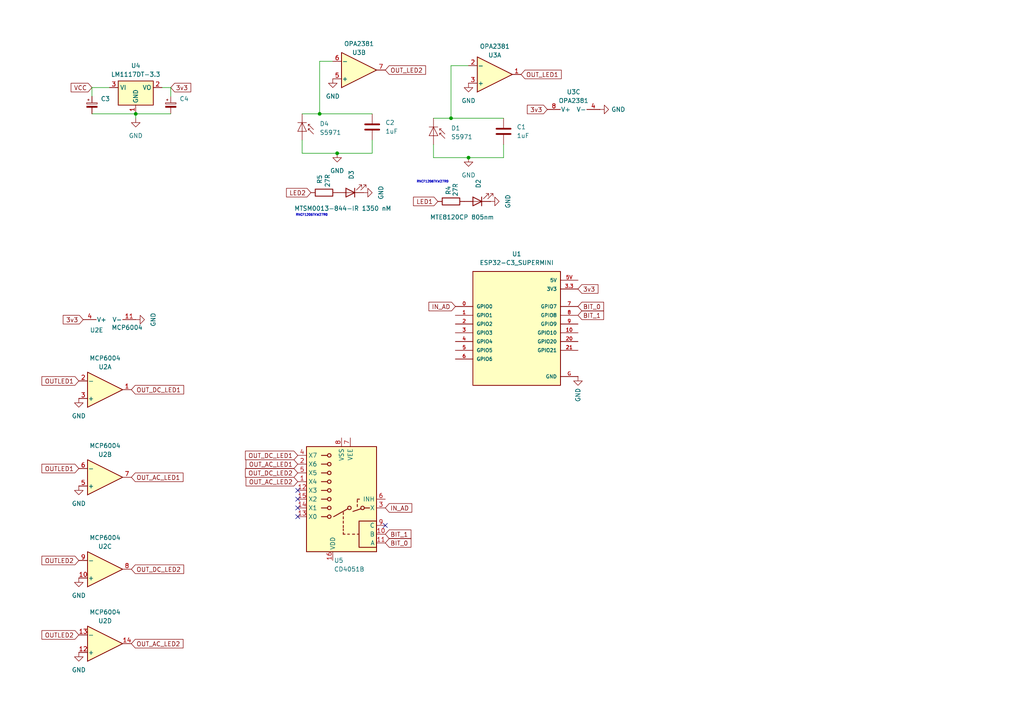
<source format=kicad_sch>
(kicad_sch (version 20231120) (generator "eeschema") (generator_version "8.0")
  (paper "A4")
  (lib_symbols
    (symbol "Amplifier_Operational:MCP6004" (pin_names (offset 0.127))
      (property "Reference" "U" (at 0 5.08 0))
      (property "Value" "MCP6004" (at 0 -5.08 0))
      (symbol "MCP6004_1_1"
        (polyline (pts (xy -5.08 5.08) (xy 5.08 0) (xy -5.08 -5.08) (xy -5.08 5.08)) (stroke (width 0.254)) (fill (type background)))
        (pin output line (at 7.62 0 180) (length 2.54) (name "~") (number "1"))
        (pin input line (at -7.62 -2.54 0) (length 2.54) (name "-") (number "2"))
        (pin input line (at -7.62 2.54 0) (length 2.54) (name "+") (number "3"))
      )
      (symbol "MCP6004_2_1"
        (polyline (pts (xy -5.08 5.08) (xy 5.08 0) (xy -5.08 -5.08) (xy -5.08 5.08)) (stroke (width 0.254)) (fill (type background)))
        (pin input line (at -7.62 2.54 0) (length 2.54) (name "+") (number "5"))
        (pin input line (at -7.62 -2.54 0) (length 2.54) (name "-") (number "6"))
        (pin output line (at 7.62 0 180) (length 2.54) (name "~") (number "7"))
      )
      (symbol "MCP6004_3_1"
        (polyline (pts (xy -5.08 5.08) (xy 5.08 0) (xy -5.08 -5.08) (xy -5.08 5.08)) (stroke (width 0.254)) (fill (type background)))
        (pin input line (at -7.62 2.54 0) (length 2.54) (name "+") (number "10"))
        (pin output line (at 7.62 0 180) (length 2.54) (name "~") (number "8"))
        (pin input line (at -7.62 -2.54 0) (length 2.54) (name "-") (number "9"))
      )
      (symbol "MCP6004_4_1"
        (polyline (pts (xy -5.08 5.08) (xy 5.08 0) (xy -5.08 -5.08) (xy -5.08 5.08)) (stroke (width 0.254)) (fill (type background)))
        (pin input line (at -7.62 2.54 0) (length 2.54) (name "+") (number "12"))
        (pin input line (at -7.62 -2.54 0) (length 2.54) (name "-") (number "13"))
        (pin output line (at 7.62 0 180) (length 2.54) (name "~") (number "14"))
      )
      (symbol "MCP6004_5_1"
        (pin power_in line (at -2.54 -7.62 90) (length 3.81) (name "V-") (number "11"))
        (pin power_in line (at -2.54 7.62 270) (length 3.81) (name "V+") (number "4"))
      )
    )
    (symbol "Amplifier_Operational:OPA2340" (pin_names (offset 0.127))
      (property "Reference" "U" (at 0 5.08 0))
      (property "Value" "OPA2340" (at 0 -5.08 0))
      (symbol "OPA2340_1_1"
        (polyline (pts (xy -5.08 5.08) (xy 5.08 0) (xy -5.08 -5.08) (xy -5.08 5.08)) (stroke (width 0.254)) (fill (type background)))
        (pin output line (at 7.62 0 180) (length 2.54) (name "~") (number "1"))
        (pin input line (at -7.62 -2.54 0) (length 2.54) (name "-") (number "2"))
        (pin input line (at -7.62 2.54 0) (length 2.54) (name "+") (number "3"))
      )
      (symbol "OPA2340_2_1"
        (polyline (pts (xy -5.08 5.08) (xy 5.08 0) (xy -5.08 -5.08) (xy -5.08 5.08)) (stroke (width 0.254)) (fill (type background)))
        (pin input line (at -7.62 2.54 0) (length 2.54) (name "+") (number "5"))
        (pin input line (at -7.62 -2.54 0) (length 2.54) (name "-") (number "6"))
        (pin output line (at 7.62 0 180) (length 2.54) (name "~") (number "7"))
      )
      (symbol "OPA2340_3_1"
        (pin power_in line (at -2.54 -7.62 90) (length 3.81) (name "V-") (number "4"))
        (pin power_in line (at -2.54 7.62 270) (length 3.81) (name "V+") (number "8"))
      )
    )
    (symbol "Analog_Switch:CD4051B"
      (property "Reference" "U" (at -10.16 16.51 0))
      (property "Value" "CD4051B" (at 3.81 16.51 0))
      (symbol "CD4051B_0_1"
        (rectangle (start -10.16 6.35) (end -5.08 13.97) (stroke (width 0.254)))
        (rectangle (start -10.16 15.24) (end 10.16 -15.24) (stroke (width 0.254)) (fill (type background)))
        (circle (center -6.096 2.54) (radius 0.508) (stroke (width 0.254)))
        (circle (center -2.286 2.54) (radius 0.508) (stroke (width 0.254)))
        (polyline (pts (xy -8.128 2.54) (xy -6.604 2.54)) (stroke (width 0.254)))
        (polyline (pts (xy -5.588 2.794) (xy -3.302 3.556)) (stroke (width 0.254)))
        (polyline (pts (xy -4.572 0) (xy -5.207 0)) (stroke (width 0.254)))
        (polyline (pts (xy -4.572 0.254) (xy -4.572 0.889)) (stroke (width 0.254)))
        (polyline (pts (xy -4.572 1.524) (xy -4.572 2.159)) (stroke (width 0.254)))
        (polyline (pts (xy -4.572 10.16) (xy -5.08 10.16)) (stroke (width 0.254)))
        (polyline (pts (xy -3.81 10.16) (xy -3.175 10.16)) (stroke (width 0.254)))
        (polyline (pts (xy -1.778 2.794) (xy 2.286 5.08)) (stroke (width 0.254)))
        (polyline (pts (xy -1.778 10.16) (xy -2.286 10.16)) (stroke (width 0.254)))
        (polyline (pts (xy -0.508 3.81) (xy -0.508 4.445)) (stroke (width 0.254)))
        (polyline (pts (xy -0.508 5.08) (xy -0.508 5.715)) (stroke (width 0.254)))
        (polyline (pts (xy -0.508 6.35) (xy -0.508 6.985)) (stroke (width 0.254)))
        (polyline (pts (xy -0.508 7.62) (xy -0.508 8.255)) (stroke (width 0.254)))
        (polyline (pts (xy -0.508 8.636) (xy -0.508 9.144)) (stroke (width 0.254)))
        (polyline (pts (xy -0.508 9.652) (xy -0.508 10.16)) (stroke (width 0.254)))
        (polyline (pts (xy -0.508 10.16) (xy -1.016 10.16)) (stroke (width 0.254)))
        (polyline (pts (xy 4.064 -12.7) (xy 5.842 -12.7)) (stroke (width 0.254)))
        (polyline (pts (xy 4.064 -10.16) (xy 5.842 -10.16)) (stroke (width 0.254)))
        (polyline (pts (xy 4.064 -7.62) (xy 5.842 -7.62)) (stroke (width 0.254)))
        (polyline (pts (xy 4.064 -5.08) (xy 5.842 -5.08)) (stroke (width 0.254)))
        (polyline (pts (xy 4.064 -2.54) (xy 5.842 -2.54)) (stroke (width 0.254)))
        (polyline (pts (xy 4.064 0) (xy 5.842 0)) (stroke (width 0.254)))
        (polyline (pts (xy 4.064 2.54) (xy 5.842 2.54)) (stroke (width 0.254)))
        (polyline (pts (xy 4.064 5.08) (xy 5.842 5.08)) (stroke (width 0.254)))
        (circle (center 3.556 -12.7) (radius 0.508) (stroke (width 0.254)))
        (circle (center 3.556 -10.16) (radius 0.508) (stroke (width 0.254)))
        (circle (center 3.556 -7.62) (radius 0.508) (stroke (width 0.254)))
        (circle (center 3.556 -5.08) (radius 0.508) (stroke (width 0.254)))
        (circle (center 3.556 -2.54) (radius 0.508) (stroke (width 0.254)))
        (circle (center 3.556 0) (radius 0.508) (stroke (width 0.254)))
        (circle (center 3.556 2.54) (radius 0.508) (stroke (width 0.254)))
        (circle (center 3.556 5.08) (radius 0.508) (stroke (width 0.254)))
      )
      (symbol "CD4051B_1_1"
        (pin bidirectional line (at 12.7 -5.08 180) (length 2.54) (name "X4") (number "1"))
        (pin input line (at -12.7 10.16 0) (length 2.54) (name "B") (number "10"))
        (pin input line (at -12.7 12.7 0) (length 2.54) (name "A") (number "11"))
        (pin bidirectional line (at 12.7 -2.54 180) (length 2.54) (name "X3") (number "12"))
        (pin bidirectional line (at 12.7 5.08 180) (length 2.54) (name "X0") (number "13"))
        (pin bidirectional line (at 12.7 2.54 180) (length 2.54) (name "X1") (number "14"))
        (pin bidirectional line (at 12.7 0 180) (length 2.54) (name "X2") (number "15"))
        (pin power_in line (at 2.54 17.78 270) (length 2.54) (name "VDD") (number "16"))
        (pin bidirectional line (at 12.7 -10.16 180) (length 2.54) (name "X6") (number "2"))
        (pin bidirectional line (at -12.7 2.54 0) (length 2.54) (name "X") (number "3"))
        (pin bidirectional line (at 12.7 -12.7 180) (length 2.54) (name "X7") (number "4"))
        (pin bidirectional line (at 12.7 -7.62 180) (length 2.54) (name "X5") (number "5"))
        (pin input line (at -12.7 0 0) (length 2.54) (name "INH") (number "6"))
        (pin power_in line (at -2.54 -17.78 90) (length 2.54) (name "VEE") (number "7"))
        (pin power_in line (at 0 -17.78 90) (length 2.54) (name "VSS") (number "8"))
        (pin input line (at -12.7 7.62 0) (length 2.54) (name "C") (number "9"))
      )
    )
    (symbol "Device:C" (pin_numbers hide) (pin_names (offset 0.254))
      (property "Reference" "C" (at 0.635 2.54 0))
      (property "Value" "C" (at 0.635 -2.54 0))
      (symbol "C_0_1"
        (polyline (pts (xy -2.032 -0.762) (xy 2.032 -0.762)) (stroke (width 0.508)))
        (polyline (pts (xy -2.032 0.762) (xy 2.032 0.762)) (stroke (width 0.508)))
      )
      (symbol "C_1_1"
        (pin passive line (at 0 3.81 270) (length 2.794) (name "~") (number "1"))
        (pin passive line (at 0 -3.81 90) (length 2.794) (name "~") (number "2"))
      )
    )
    (symbol "Device:C_Polarized_Small" (pin_numbers hide) (pin_names (offset 0.254) hide)
      (property "Reference" "C" (at 0.254 1.778 0))
      (property "Value" "C_Polarized_Small" (at 0.254 -2.032 0))
      (symbol "C_Polarized_Small_0_1"
        (rectangle (start -1.524 -0.3048) (end 1.524 -0.6858) (fill (type outline)))
        (rectangle (start -1.524 0.6858) (end 1.524 0.3048))
        (polyline (pts (xy -1.27 1.524) (xy -0.762 1.524)))
        (polyline (pts (xy -1.016 1.27) (xy -1.016 1.778)))
      )
      (symbol "C_Polarized_Small_1_1"
        (pin passive line (at 0 2.54 270) (length 1.8542) (name "~") (number "1"))
        (pin passive line (at 0 -2.54 90) (length 1.8542) (name "~") (number "2"))
      )
    )
    (symbol "Device:R" (pin_numbers hide) (pin_names (offset 0))
      (property "Reference" "R" (at 2.032 0 90))
      (property "Value" "R" (at 0 0 90))
      (symbol "R_0_1"
        (rectangle (start -1.016 -2.54) (end 1.016 2.54) (stroke (width 0.254)))
      )
      (symbol "R_1_1"
        (pin passive line (at 0 3.81 270) (length 1.27) (name "~") (number "1"))
        (pin passive line (at 0 -3.81 90) (length 1.27) (name "~") (number "2"))
      )
    )
    (symbol "ESP32-C3_SUPERMINI:ESP32-C3_SUPERMINI" (pin_names (offset 1.016))
      (property "Reference" "U" (at -12.7 16.002 0))
      (property "Value" "ESP32-C3_SUPERMINI" (at -12.7 -20.32 0))
      (symbol "ESP32-C3_SUPERMINI_0_0"
        (rectangle (start -12.7 -17.78) (end 12.7 15.24) (stroke (width 0.254)) (fill (type background)))
        (pin bidirectional line (at -17.78 5.08 0) (length 5.08) (name "GPIO0") (number "0"))
        (pin bidirectional line (at -17.78 2.54 0) (length 5.08) (name "GPIO1") (number "1"))
        (pin bidirectional line (at 17.78 -2.54 180) (length 5.08) (name "GPIO10") (number "10"))
        (pin bidirectional line (at -17.78 0 0) (length 5.08) (name "GPIO2") (number "2"))
        (pin bidirectional line (at 17.78 -5.08 180) (length 5.08) (name "GPIO20") (number "20"))
        (pin bidirectional line (at 17.78 -7.62 180) (length 5.08) (name "GPIO21") (number "21"))
        (pin bidirectional line (at -17.78 -2.54 0) (length 5.08) (name "GPIO3") (number "3"))
        (pin power_in line (at 17.78 10.16 180) (length 5.08) (name "3V3") (number "3.3"))
        (pin bidirectional line (at -17.78 -5.08 0) (length 5.08) (name "GPIO4") (number "4"))
        (pin bidirectional line (at -17.78 -7.62 0) (length 5.08) (name "GPIO5") (number "5"))
        (pin power_in line (at 17.78 12.7 180) (length 5.08) (name "5V") (number "5V"))
        (pin bidirectional line (at -17.78 -10.16 0) (length 5.08) (name "GPIO6") (number "6"))
        (pin bidirectional line (at 17.78 5.08 180) (length 5.08) (name "GPIO7") (number "7"))
        (pin bidirectional line (at 17.78 2.54 180) (length 5.08) (name "GPIO8") (number "8"))
        (pin bidirectional line (at 17.78 0 180) (length 5.08) (name "GPIO9") (number "9"))
        (pin power_in line (at 17.78 -15.24 180) (length 5.08) (name "GND") (number "G"))
      )
    )
    (symbol "LED:IR26-21C_L110_TR8" (pin_numbers hide) (pin_names (offset 1.016) hide)
      (property "Reference" "D" (at 0 2.54 0))
      (property "Value" "IR26-21C_L110_TR8" (at 0 -3.81 0))
      (symbol "IR26-21C_L110_TR8_0_1"
        (polyline (pts (xy -1.27 -1.27) (xy -1.27 1.27)) (stroke (width 0.254)))
        (polyline (pts (xy -1.27 0) (xy 1.27 0)))
        (polyline (pts (xy 1.27 -1.27) (xy 1.27 1.27) (xy -1.27 0) (xy 1.27 -1.27)) (stroke (width 0.254)))
        (polyline (pts (xy -3.048 -0.762) (xy -4.572 -2.286) (xy -3.81 -2.286) (xy -4.572 -2.286) (xy -4.572 -1.524)))
        (polyline (pts (xy -1.778 -0.762) (xy -3.302 -2.286) (xy -2.54 -2.286) (xy -3.302 -2.286) (xy -3.302 -1.524)))
      )
      (symbol "IR26-21C_L110_TR8_1_1"
        (pin passive line (at -3.81 0 0) (length 2.54) (name "K") (number "1"))
        (pin passive line (at 3.81 0 180) (length 2.54) (name "A") (number "2"))
      )
    )
    (symbol "Regulator_Linear:LM1117DT-3.3"
      (property "Reference" "U" (at -3.81 3.175 0))
      (property "Value" "LM1117DT-3.3" (at 0 3.175 0))
      (symbol "LM1117DT-3.3_0_1"
        (rectangle (start -5.08 -5.08) (end 5.08 1.905) (stroke (width 0.254)) (fill (type background)))
      )
      (symbol "LM1117DT-3.3_1_1"
        (pin power_in line (at 0 -7.62 90) (length 2.54) (name "GND") (number "1"))
        (pin power_out line (at 7.62 0 180) (length 2.54) (name "VO") (number "2"))
        (pin power_in line (at -7.62 0 0) (length 2.54) (name "VI") (number "3"))
      )
    )
    (symbol "Sensor_Optical:BPW34-SMD" (pin_numbers hide) (pin_names (offset 1.016) hide)
      (property "Reference" "D" (at 0.508 1.778 0))
      (property "Value" "BPW34-SMD" (at -1.016 -2.794 0))
      (symbol "BPW34-SMD_0_1"
        (polyline (pts (xy -2.54 1.27) (xy -2.54 -1.27)) (stroke (width 0.1524)))
        (polyline (pts (xy -2.032 1.778) (xy -1.524 1.778)))
        (polyline (pts (xy 0 -1.27) (xy 0 1.27)))
        (polyline (pts (xy 0 0) (xy -2.54 0)))
        (polyline (pts (xy -0.508 3.302) (xy -2.032 1.778) (xy -2.032 2.286)))
        (polyline (pts (xy 0 1.27) (xy -2.54 0) (xy 0 -1.27)))
        (polyline (pts (xy 0.762 3.302) (xy -0.762 1.778) (xy -0.762 2.286) (xy -0.762 1.778) (xy -0.254 1.778)))
      )
      (symbol "BPW34-SMD_1_1"
        (pin passive line (at -5.08 0 0) (length 2.54) (name "K") (number "1"))
        (pin passive line (at 2.54 0 180) (length 2.54) (name "A") (number "2"))
      )
    )
    (symbol "power:GND" (power) (pin_numbers hide) (pin_names (offset 0) hide)
      (property "Value" "GND" (at 0 -3.81 0))
      (symbol "GND_0_1"
        (polyline (pts (xy 0 0) (xy 0 -1.27) (xy 1.27 -1.27) (xy 0 -2.54) (xy -1.27 -1.27) (xy 0 -1.27)))
      )
      (symbol "GND_1_1"
        (pin power_in line (at 0 0 270) (length 0) (name "~") (number "1"))
      )
    )
  )
  (junction (at 130.81 34.29))
  (junction (at 135.89 45.72))
  (junction (at 97.79 44.45))
  (junction (at 39.37 33.02))
  (junction (at 92.71 33.02))
  (no_connect (at 86.36 142.24))
  (no_connect (at 111.76 152.4))
  (no_connect (at 86.36 149.86))
  (no_connect (at 86.36 144.78))
  (no_connect (at 86.36 147.32))
  (wire (pts (xy 146.05 45.72) (xy 146.05 41.91)))
  (wire (pts (xy 130.81 19.05) (xy 130.81 34.29)))
  (wire (pts (xy 39.37 33.02) (xy 49.53 33.02)))
  (wire (pts (xy 97.79 44.45) (xy 107.95 44.45)))
  (wire (pts (xy 125.73 45.72) (xy 135.89 45.72)))
  (wire (pts (xy 92.71 33.02) (xy 107.95 33.02)))
  (wire (pts (xy 26.67 27.94) (xy 26.67 25.4)))
  (wire (pts (xy 135.89 19.05) (xy 130.81 19.05)))
  (wire (pts (xy 125.73 34.29) (xy 130.81 34.29)))
  (wire (pts (xy 130.81 34.29) (xy 146.05 34.29)))
  (wire (pts (xy 92.71 17.78) (xy 92.71 33.02)))
  (wire (pts (xy 125.73 41.91) (xy 125.73 45.72)))
  (wire (pts (xy 135.89 45.72) (xy 146.05 45.72)))
  (wire (pts (xy 87.63 44.45) (xy 97.79 44.45)))
  (wire (pts (xy 26.67 25.4) (xy 31.75 25.4)))
  (wire (pts (xy 39.37 33.02) (xy 39.37 34.29)))
  (wire (pts (xy 46.99 25.4) (xy 49.53 25.4)))
  (wire (pts (xy 96.52 17.78) (xy 92.71 17.78)))
  (wire (pts (xy 26.67 33.02) (xy 39.37 33.02)))
  (wire (pts (xy 107.95 44.45) (xy 107.95 40.64)))
  (wire (pts (xy 87.63 33.02) (xy 92.71 33.02)))
  (wire (pts (xy 49.53 27.94) (xy 49.53 25.4)))
  (wire (pts (xy 87.63 40.64) (xy 87.63 44.45)))
  (text "RNCF1206TKW27R0\n" (at 90.424 62.484 0) (effects (font (size 0.635 0.635))))
  (text "RNCF1206TKW27R0\n" (at 125.476 52.832 0) (effects (font (size 0.635 0.635))))
  (global_label "3v3" (shape input) (at 24.13 92.71 180) (property "Intersheetrefs" "${INTERSHEET_REFS}" (effects (hide yes))))
  (global_label "OUTLED2" (shape input) (at 22.86 162.56 180) (property "Intersheetrefs" "${INTERSHEET_REFS}" (effects (hide yes))))
  (global_label "OUTLED1" (shape input) (at 22.86 110.49 180) (property "Intersheetrefs" "${INTERSHEET_REFS}" (effects (hide yes))))
  (global_label "OUT_LED1" (shape input) (at 151.13 21.59 0) (property "Intersheetrefs" "${INTERSHEET_REFS}" (effects (hide yes))))
  (global_label "OUT_LED2" (shape input) (at 111.76 20.32 0) (property "Intersheetrefs" "${INTERSHEET_REFS}" (effects (hide yes))))
  (global_label "LED1" (shape input) (at 127 58.42 180) (property "Intersheetrefs" "${INTERSHEET_REFS}" (effects (hide yes))))
  (global_label "BIT_1" (shape input) (at 111.76 154.94 0) (property "Intersheetrefs" "${INTERSHEET_REFS}" (effects (hide yes))))
  (global_label "OUT_DC_LED1" (shape input) (at 38.1 113.03 0) (property "Intersheetrefs" "${INTERSHEET_REFS}" (effects (hide yes))))
  (global_label "OUTLED2" (shape input) (at 22.86 184.15 180) (property "Intersheetrefs" "${INTERSHEET_REFS}" (effects (hide yes))))
  (global_label "OUT_AC_LED2" (shape input) (at 86.36 139.7 180) (property "Intersheetrefs" "${INTERSHEET_REFS}" (effects (hide yes))))
  (global_label "OUT_DC_LED1" (shape input) (at 86.36 132.08 180) (property "Intersheetrefs" "${INTERSHEET_REFS}" (effects (hide yes))))
  (global_label "OUT_AC_LED2" (shape input) (at 38.1 186.69 0) (property "Intersheetrefs" "${INTERSHEET_REFS}" (effects (hide yes))))
  (global_label "VCC" (shape input) (at 26.67 25.4 180) (property "Intersheetrefs" "${INTERSHEET_REFS}" (effects (hide yes))))
  (global_label "OUT_DC_LED2" (shape input) (at 38.1 165.1 0) (property "Intersheetrefs" "${INTERSHEET_REFS}" (effects (hide yes))))
  (global_label "IN_AD" (shape input) (at 132.08 88.9 180) (property "Intersheetrefs" "${INTERSHEET_REFS}" (effects (hide yes))))
  (global_label "LED2" (shape input) (at 90.17 55.88 180) (property "Intersheetrefs" "${INTERSHEET_REFS}" (effects (hide yes))))
  (global_label "BIT_0" (shape input) (at 167.64 88.9 0) (property "Intersheetrefs" "${INTERSHEET_REFS}" (effects (hide yes))))
  (global_label "BIT_1" (shape input) (at 167.64 91.44 0) (property "Intersheetrefs" "${INTERSHEET_REFS}" (effects (hide yes))))
  (global_label "BIT_0" (shape input) (at 111.76 157.48 0) (property "Intersheetrefs" "${INTERSHEET_REFS}" (effects (hide yes))))
  (global_label "IN_AD" (shape input) (at 111.76 147.32 0) (property "Intersheetrefs" "${INTERSHEET_REFS}" (effects (hide yes))))
  (global_label "OUT_AC_LED1" (shape input) (at 86.36 134.62 180) (property "Intersheetrefs" "${INTERSHEET_REFS}" (effects (hide yes))))
  (global_label "3v3" (shape input) (at 167.64 83.82 0) (property "Intersheetrefs" "${INTERSHEET_REFS}" (effects (hide yes))))
  (global_label "3v3" (shape input) (at 158.75 31.75 180) (property "Intersheetrefs" "${INTERSHEET_REFS}" (effects (hide yes))))
  (global_label "OUTLED1" (shape input) (at 22.86 135.89 180) (property "Intersheetrefs" "${INTERSHEET_REFS}" (effects (hide yes))))
  (global_label "3v3" (shape input) (at 49.53 25.4 0) (property "Intersheetrefs" "${INTERSHEET_REFS}" (effects (hide yes))))
  (global_label "OUT_DC_LED2" (shape input) (at 86.36 137.16 180) (property "Intersheetrefs" "${INTERSHEET_REFS}" (effects (hide yes))))
  (global_label "OUT_AC_LED1" (shape input) (at 38.1 138.43 0) (property "Intersheetrefs" "${INTERSHEET_REFS}" (effects (hide yes))))
  (symbol (lib_id "Sensor_Optical:BPW34-SMD") (at 87.63 38.1 270) (unit 1)
    (property "Reference" "D4" (at 92.71 35.9028 90) (effects (justify left)))
    (property "Value" "S5971" (at 92.71 38.4428 90) (effects (justify left)))
    (property "Footprint" "OptoDevice:Osram_BPW34S-SMD" (effects (hide yes)))
    (property "Datasheet" "https://dammedia.osram.info/media/resource/hires/osram-dam-5488319/BPW%2034%20S_EN.pdf" (effects (hide yes)))
    (property "Description" "Silicon PIN Photodiode, Area 2.65x2.65mm" (effects (hide yes)))
  )
  (symbol (lib_id "power:GND") (at 105.41 55.88 90) (unit 1)
    (property "Reference" "#PWR05" (effects (hide yes)))
    (property "Value" "GND" (at 110.49 55.88 0))
    (property "Description" "Power symbol creates a global label with name \"GND\" , ground" (effects (hide yes)))
  )
  (symbol (lib_id "Amplifier_Operational:MCP6004") (at 31.75 90.17 90) (unit 5)
    (property "Reference" "U2" (at 29.972 95.758 90) (effects (justify left)))
    (property "Value" "MCP6004" (at 41.402 94.996 90) (effects (justify left)))
    (property "Datasheet" "http://ww1.microchip.com/downloads/en/DeviceDoc/21733j.pdf" (effects (hide yes)))
    (property "Description" "1MHz, Low-Power Op Amp, DIP-14/SOIC-14/TSSOP-14" (effects (hide yes)))
  )
  (symbol (lib_id "Device:C_Polarized_Small") (at 49.53 30.48 0) (unit 1)
    (property "Reference" "C4" (at 52.07 28.6638 0) (effects (justify left)))
    (property "Value" "C_Polarized_Small" (effects (hide yes)))
    (property "Footprint" "Capacitor_SMD:CP_Elec_4x4.5" (effects (hide yes)))
    (property "Description" "Polarized capacitor, small symbol" (effects (hide yes)))
  )
  (symbol (lib_id "power:GND") (at 39.37 34.29 0) (unit 1)
    (property "Reference" "#PWR04" (effects (hide yes)))
    (property "Value" "GND" (at 39.37 39.37 0))
    (property "Description" "Power symbol creates a global label with name \"GND\" , ground" (effects (hide yes)))
  )
  (symbol (lib_id "LED:IR26-21C_L110_TR8") (at 101.6 55.88 180) (unit 1)
    (property "Reference" "D3" (at 101.9174 52.07 90) (effects (justify right)))
    (property "Value" "MTSM0013-844-IR 1350 nM" (at 85.344 60.452 0) (effects (justify right)))
    (property "Footprint" "LED_SMD:LED_1206_3216Metric" (effects (hide yes)))
    (property "Datasheet" "http://www.everlight.com/file/ProductFile/IR26-21C-L110-TR8.pdf" (effects (hide yes)))
    (property "Description" "940nm, 20 deg, Infrared LED, 1206" (effects (hide yes)))
  )
  (symbol (lib_id "power:GND") (at 39.37 92.71 90) (unit 1)
    (property "Reference" "#PWR03" (effects (hide yes)))
    (property "Value" "GND" (at 44.45 92.71 0))
    (property "Description" "Power symbol creates a global label with name \"GND\" , ground" (effects (hide yes)))
  )
  (symbol (lib_id "Amplifier_Operational:OPA2340") (at 104.14 20.32 0) (mirror x) (unit 2)
    (property "Reference" "U3" (at 104.14 15.24 0))
    (property "Value" "OPA2381" (at 104.14 12.7 0))
    (property "Footprint" "Package_SO:SOIC-8_3.9x4.9mm_P1.27mm" (effects (hide yes)))
    (property "Datasheet" "http://www.ti.com/lit/ds/symlink/opa4340.pdf" (effects (hide yes)))
    (property "Description" "Dual Single-Supply, Rail-to-Rail Operational Amplifiers, MicroAmplifier Series, DIP-8/SOIC-8/SSOP-8" (effects (hide yes)))
  )
  (symbol (lib_id "power:GND") (at 135.89 45.72 0) (unit 1)
    (property "Reference" "#PWR02" (effects (hide yes)))
    (property "Value" "GND" (at 135.89 50.8 0))
    (property "Description" "Power symbol creates a global label with name \"GND\" , ground" (effects (hide yes)))
  )
  (symbol (lib_id "power:GND") (at 22.86 115.57 0) (unit 1)
    (property "Reference" "#PWR010" (effects (hide yes)))
    (property "Value" "GND" (at 22.86 120.65 0))
    (property "Description" "Power symbol creates a global label with name \"GND\" , ground" (effects (hide yes)))
  )
  (symbol (lib_id "Device:C") (at 146.05 38.1 0) (unit 1)
    (property "Reference" "C1" (at 149.86 36.8299 0) (effects (justify left)))
    (property "Value" "1uF" (at 149.86 39.3699 0) (effects (justify left)))
    (property "Footprint" "Capacitor_SMD:C_0603_1608Metric_Pad1.08x0.95mm_HandSolder" (effects (hide yes)))
    (property "Description" "Unpolarized capacitor" (effects (hide yes)))
  )
  (symbol (lib_id "Amplifier_Operational:OPA2340") (at 166.37 29.21 90) (unit 3)
    (property "Reference" "U3" (at 166.37 26.67 90))
    (property "Value" "OPA2381" (at 166.37 29.21 90))
    (property "Footprint" "Package_SO:SOIC-8_3.9x4.9mm_P1.27mm" (effects (hide yes)))
    (property "Datasheet" "http://www.ti.com/lit/ds/symlink/opa4340.pdf" (effects (hide yes)))
    (property "Description" "Dual Single-Supply, Rail-to-Rail Operational Amplifiers, MicroAmplifier Series, DIP-8/SOIC-8/SSOP-8" (effects (hide yes)))
  )
  (symbol (lib_id "Device:C_Polarized_Small") (at 26.67 30.48 0) (unit 1)
    (property "Reference" "C3" (at 29.21 28.6638 0) (effects (justify left)))
    (property "Value" "C_Polarized_Small" (effects (hide yes)))
    (property "Footprint" "Capacitor_SMD:CP_Elec_4x5.3" (effects (hide yes)))
    (property "Description" "Polarized capacitor, small symbol" (effects (hide yes)))
  )
  (symbol (lib_id "power:GND") (at 97.79 44.45 0) (unit 1)
    (property "Reference" "#PWR01" (effects (hide yes)))
    (property "Value" "GND" (at 97.79 49.53 0))
    (property "Description" "Power symbol creates a global label with name \"GND\" , ground" (effects (hide yes)))
  )
  (symbol (lib_id "Amplifier_Operational:MCP6004") (at 30.48 165.1 0) (mirror x) (unit 3)
    (property "Reference" "U2" (at 30.48 158.496 0))
    (property "Value" "MCP6004" (at 30.48 155.956 0))
    (property "Datasheet" "http://ww1.microchip.com/downloads/en/DeviceDoc/21733j.pdf" (effects (hide yes)))
    (property "Description" "1MHz, Low-Power Op Amp, DIP-14/SOIC-14/TSSOP-14" (effects (hide yes)))
  )
  (symbol (lib_id "power:GND") (at 135.89 24.13 0) (unit 1)
    (property "Reference" "#PWR09" (effects (hide yes)))
    (property "Value" "GND" (at 135.89 29.21 0))
    (property "Description" "Power symbol creates a global label with name \"GND\" , ground" (effects (hide yes)))
  )
  (symbol (lib_id "Analog_Switch:CD4051B") (at 99.06 144.78 180) (unit 1)
    (property "Reference" "U5" (at 96.8659 162.56 0) (effects (justify right)))
    (property "Value" "CD4051B" (at 96.8659 165.1 0) (effects (justify right)))
    (property "Footprint" "MUX:DIP794W45P254L1969H508Q16" (effects (hide yes)))
    (property "Datasheet" "http://www.ti.com/lit/ds/symlink/cd4052b.pdf" (effects (hide yes)))
    (property "Description" "CMOS single 8-channel analog multiplexer demultiplexer, TSSOP-16/DIP-16/SOIC-16" (effects (hide yes)))
  )
  (symbol (lib_id "Device:C") (at 107.95 36.83 0) (unit 1)
    (property "Reference" "C2" (at 111.76 35.5599 0) (effects (justify left)))
    (property "Value" "1uF" (at 111.76 38.0999 0) (effects (justify left)))
    (property "Footprint" "Capacitor_SMD:C_0603_1608Metric_Pad1.08x0.95mm_HandSolder" (effects (hide yes)))
    (property "Description" "Unpolarized capacitor" (effects (hide yes)))
  )
  (symbol (lib_id "Regulator_Linear:LM1117DT-3.3") (at 39.37 25.4 0) (unit 1)
    (property "Reference" "U4" (at 39.37 19.05 0))
    (property "Value" "LM1117DT-3.3" (at 39.37 21.59 0))
    (property "Footprint" "Package_TO_SOT_SMD:TO-252-3_TabPin2" (effects (hide yes)))
    (property "Datasheet" "http://www.ti.com/lit/ds/symlink/lm1117.pdf" (effects (hide yes)))
    (property "Description" "800mA Low-Dropout Linear Regulator, 3.3V fixed output, TO-252" (effects (hide yes)))
  )
  (symbol (lib_id "Sensor_Optical:BPW34-SMD") (at 125.73 39.37 270) (unit 1)
    (property "Reference" "D1" (at 130.81 37.1728 90) (effects (justify left)))
    (property "Value" "S5971" (at 130.81 39.7128 90) (effects (justify left)))
    (property "Footprint" "OptoDevice:Osram_BPW34S-SMD" (effects (hide yes)))
    (property "Datasheet" "https://dammedia.osram.info/media/resource/hires/osram-dam-5488319/BPW%2034%20S_EN.pdf" (effects (hide yes)))
    (property "Description" "Silicon PIN Photodiode, Area 2.65x2.65mm" (effects (hide yes)))
  )
  (symbol (lib_id "power:GND") (at 173.99 31.75 90) (unit 1)
    (property "Reference" "#PWR07" (effects (hide yes)))
    (property "Value" "GND" (at 177.292 31.75 90) (effects (justify right)))
    (property "Description" "Power symbol creates a global label with name \"GND\" , ground" (effects (hide yes)))
  )
  (symbol (lib_id "Amplifier_Operational:MCP6004") (at 30.48 113.03 0) (mirror x) (unit 1)
    (property "Reference" "U2" (at 30.48 106.426 0))
    (property "Value" "MCP6004" (at 30.48 103.886 0))
    (property "Datasheet" "http://ww1.microchip.com/downloads/en/DeviceDoc/21733j.pdf" (effects (hide yes)))
    (property "Description" "1MHz, Low-Power Op Amp, DIP-14/SOIC-14/TSSOP-14" (effects (hide yes)))
  )
  (symbol (lib_id "Device:R") (at 130.81 58.42 90) (unit 1)
    (property "Reference" "R4" (at 130.048 53.848 0) (effects (justify right)))
    (property "Value" "27R" (at 132.08 53.086 0) (effects (justify right)))
    (property "Footprint" "Resistor_SMD:R_0603_1608Metric_Pad0.98x0.95mm_HandSolder" (effects (hide yes)))
    (property "Description" "Resistor" (effects (hide yes)))
  )
  (symbol (lib_id "Amplifier_Operational:MCP6004") (at 30.48 186.69 0) (mirror x) (unit 4)
    (property "Reference" "U2" (at 30.48 180.086 0))
    (property "Value" "MCP6004" (at 30.48 177.546 0))
    (property "Datasheet" "http://ww1.microchip.com/downloads/en/DeviceDoc/21733j.pdf" (effects (hide yes)))
    (property "Description" "1MHz, Low-Power Op Amp, DIP-14/SOIC-14/TSSOP-14" (effects (hide yes)))
  )
  (symbol (lib_id "power:GND") (at 22.86 189.23 0) (unit 1)
    (property "Reference" "#PWR013" (effects (hide yes)))
    (property "Value" "GND" (at 22.86 194.31 0))
    (property "Description" "Power symbol creates a global label with name \"GND\" , ground" (effects (hide yes)))
  )
  (symbol (lib_id "ESP32-C3_SUPERMINI:ESP32-C3_SUPERMINI") (at 149.86 93.98 0) (unit 1)
    (property "Reference" "U1" (at 149.86 73.66 0))
    (property "Value" "ESP32-C3_SUPERMINI" (at 149.86 76.2 0))
    (property "Footprint" "ESP32-C3_SUPERMINI:MODULE_ESP32-C3_SUPERMINI" (effects (hide yes)))
    (property "MF" "Espressif Systems" (effects (hide yes)))
    (property "MAXIMUM_PACKAGE_HEIGHT" "4.2mm" (effects (hide yes)))
    (property "Package" "Package" (effects (hide yes)))
    (property "Price" "None" (effects (hide yes)))
    (property "Check_prices" "https://www.snapeda.com/parts/ESP32-C3%20SuperMini/Espressif+Systems/view-part/?ref=eda" (effects (hide yes)))
    (property "STANDARD" "Manufacturer Recommendations" (effects (hide yes)))
    (property "SnapEDA_Link" "https://www.snapeda.com/parts/ESP32-C3%20SuperMini/Espressif+Systems/view-part/?ref=snap" (effects (hide yes)))
    (property "MP" "ESP32-C3 SuperMini" (effects (hide yes)))
    (property "Description_1" "\nSuper tiny ESP32-C3 board\n" (effects (hide yes)))
    (property "Availability" "Not in stock" (effects (hide yes)))
    (property "MANUFACTURER" "Espressif" (effects (hide yes)))
  )
  (symbol (lib_id "LED:IR26-21C_L110_TR8") (at 138.43 58.42 180) (unit 1)
    (property "Reference" "D2" (at 138.7474 54.61 90) (effects (justify right)))
    (property "Value" "MTE8120CP 805nm" (at 124.714 62.992 0) (effects (justify right)))
    (property "Footprint" "LED_SMD:LED_1206_3216Metric" (effects (hide yes)))
    (property "Datasheet" "http://www.everlight.com/file/ProductFile/IR26-21C-L110-TR8.pdf" (effects (hide yes)))
    (property "Description" "940nm, 20 deg, Infrared LED, 1206" (effects (hide yes)))
  )
  (symbol (lib_id "power:GND") (at 96.52 22.86 0) (unit 1)
    (property "Reference" "#PWR08" (effects (hide yes)))
    (property "Value" "GND" (at 96.52 27.94 0))
    (property "Description" "Power symbol creates a global label with name \"GND\" , ground" (effects (hide yes)))
  )
  (symbol (lib_id "power:GND") (at 142.24 58.42 90) (unit 1)
    (property "Reference" "#PWR06" (effects (hide yes)))
    (property "Value" "GND" (at 147.32 58.42 0))
    (property "Description" "Power symbol creates a global label with name \"GND\" , ground" (effects (hide yes)))
  )
  (symbol (lib_id "power:GND") (at 22.86 140.97 0) (unit 1)
    (property "Reference" "#PWR011" (effects (hide yes)))
    (property "Value" "GND" (at 22.86 146.05 0))
    (property "Description" "Power symbol creates a global label with name \"GND\" , ground" (effects (hide yes)))
  )
  (symbol (lib_id "Amplifier_Operational:OPA2340") (at 143.51 21.59 0) (mirror x) (unit 1)
    (property "Reference" "U3" (at 143.51 16.002 0))
    (property "Value" "OPA2381" (at 143.51 13.462 0))
    (property "Footprint" "Package_SO:SOIC-8_3.9x4.9mm_P1.27mm" (effects (hide yes)))
    (property "Datasheet" "http://www.ti.com/lit/ds/symlink/opa4340.pdf" (effects (hide yes)))
    (property "Description" "Dual Single-Supply, Rail-to-Rail Operational Amplifiers, MicroAmplifier Series, DIP-8/SOIC-8/SSOP-8" (effects (hide yes)))
  )
  (symbol (lib_id "power:GND") (at 167.64 109.22 0) (unit 1)
    (property "Reference" "#PWR014" (effects (hide yes)))
    (property "Value" "GND" (at 167.64 112.522 90) (effects (justify right)))
    (property "Description" "Power symbol creates a global label with name \"GND\" , ground" (effects (hide yes)))
  )
  (symbol (lib_id "power:GND") (at 22.86 167.64 0) (unit 1)
    (property "Reference" "#PWR012" (effects (hide yes)))
    (property "Value" "GND" (at 22.86 172.72 0))
    (property "Description" "Power symbol creates a global label with name \"GND\" , ground" (effects (hide yes)))
  )
  (symbol (lib_id "Amplifier_Operational:MCP6004") (at 30.48 138.43 0) (mirror x) (unit 2)
    (property "Reference" "U2" (at 30.48 131.826 0))
    (property "Value" "MCP6004" (at 30.48 129.286 0))
    (property "Datasheet" "http://ww1.microchip.com/downloads/en/DeviceDoc/21733j.pdf" (effects (hide yes)))
    (property "Description" "1MHz, Low-Power Op Amp, DIP-14/SOIC-14/TSSOP-14" (effects (hide yes)))
  )
  (symbol (lib_id "Device:R") (at 93.98 55.88 90) (unit 1)
    (property "Reference" "R5" (at 92.7099 53.34 0) (effects (justify left)))
    (property "Value" "27R" (at 94.996 54.356 0) (effects (justify left)))
    (property "Footprint" "Resistor_SMD:R_0603_1608Metric_Pad0.98x0.95mm_HandSolder" (effects (hide yes)))
    (property "Description" "Resistor" (effects (hide yes)))
  )
)
</source>
